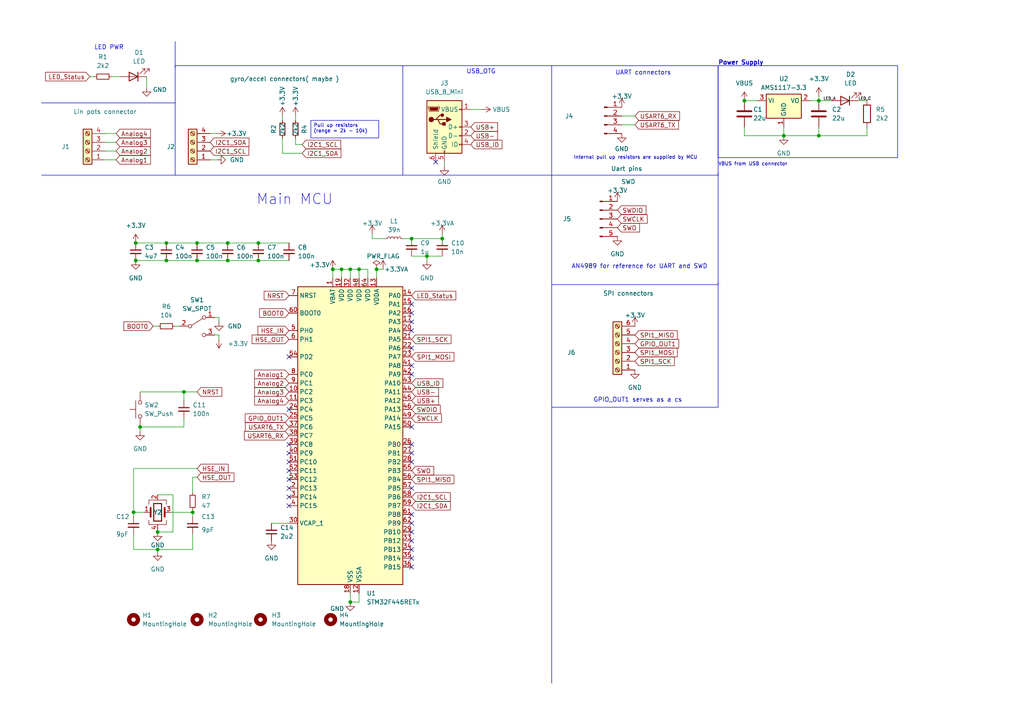
<source format=kicad_sch>
(kicad_sch (version 20230121) (generator eeschema)
  (paper "A4")
  (lib_symbols
    (symbol "+3.3V_1" (power) (pin_names (offset 0))
      (property "Value" "+3.3V_1" (at 0 3.556 0))
      (symbol "+3.3V_1_0_1"
        (polyline (pts (xy -0.762 1.27) (xy 0 2.54)))
        (polyline (pts (xy 0 0) (xy 0 2.54)))
        (polyline (pts (xy 0 2.54) (xy 0.762 1.27)))
      )
      (symbol "+3.3V_1_1_1"
        (pin power_in line (at 0 0 90) (length 0) hide (name "+3.3V") (number "1"))
      )
    )
    (symbol "Connector:Conn_01x04_Pin" (pin_names (offset 1.016) hide)
      (property "Reference" "J" (at 0 5.08 0))
      (property "Value" "Conn_01x04_Pin" (at 0 -7.62 0))
      (symbol "Conn_01x04_Pin_1_1"
        (polyline (pts (xy 1.27 -5.08) (xy 0.8636 -5.08)) (stroke (width 0.1524)))
        (polyline (pts (xy 1.27 -2.54) (xy 0.8636 -2.54)) (stroke (width 0.1524)))
        (polyline (pts (xy 1.27 0) (xy 0.8636 0)) (stroke (width 0.1524)))
        (polyline (pts (xy 1.27 2.54) (xy 0.8636 2.54)) (stroke (width 0.1524)))
        (rectangle (start 0.8636 -4.953) (end 0 -5.207) (stroke (width 0.1524)) (fill (type outline)))
        (rectangle (start 0.8636 -2.413) (end 0 -2.667) (stroke (width 0.1524)) (fill (type outline)))
        (rectangle (start 0.8636 0.127) (end 0 -0.127) (stroke (width 0.1524)) (fill (type outline)))
        (rectangle (start 0.8636 2.667) (end 0 2.413) (stroke (width 0.1524)) (fill (type outline)))
        (pin passive line (at 5.08 2.54 180) (length 3.81) (name "Pin_1") (number "1"))
        (pin passive line (at 5.08 0 180) (length 3.81) (name "Pin_2") (number "2"))
        (pin passive line (at 5.08 -2.54 180) (length 3.81) (name "Pin_3") (number "3"))
        (pin passive line (at 5.08 -5.08 180) (length 3.81) (name "Pin_4") (number "4"))
      )
    )
    (symbol "Connector:Conn_01x05_Pin" (pin_names (offset 1.016) hide)
      (property "Reference" "J" (at 0 7.62 0))
      (property "Value" "Conn_01x05_Pin" (at 0 -7.62 0))
      (symbol "Conn_01x05_Pin_1_1"
        (polyline (pts (xy 1.27 -5.08) (xy 0.8636 -5.08)) (stroke (width 0.1524)))
        (polyline (pts (xy 1.27 -2.54) (xy 0.8636 -2.54)) (stroke (width 0.1524)))
        (polyline (pts (xy 1.27 0) (xy 0.8636 0)) (stroke (width 0.1524)))
        (polyline (pts (xy 1.27 2.54) (xy 0.8636 2.54)) (stroke (width 0.1524)))
        (polyline (pts (xy 1.27 5.08) (xy 0.8636 5.08)) (stroke (width 0.1524)))
        (rectangle (start 0.8636 -4.953) (end 0 -5.207) (stroke (width 0.1524)) (fill (type outline)))
        (rectangle (start 0.8636 -2.413) (end 0 -2.667) (stroke (width 0.1524)) (fill (type outline)))
        (rectangle (start 0.8636 0.127) (end 0 -0.127) (stroke (width 0.1524)) (fill (type outline)))
        (rectangle (start 0.8636 2.667) (end 0 2.413) (stroke (width 0.1524)) (fill (type outline)))
        (rectangle (start 0.8636 5.207) (end 0 4.953) (stroke (width 0.1524)) (fill (type outline)))
        (pin passive line (at 5.08 5.08 180) (length 3.81) (name "Pin_1") (number "1"))
        (pin passive line (at 5.08 2.54 180) (length 3.81) (name "Pin_2") (number "2"))
        (pin passive line (at 5.08 0 180) (length 3.81) (name "Pin_3") (number "3"))
        (pin passive line (at 5.08 -2.54 180) (length 3.81) (name "Pin_4") (number "4"))
        (pin passive line (at 5.08 -5.08 180) (length 3.81) (name "Pin_5") (number "5"))
      )
    )
    (symbol "Connector:Screw_Terminal_01x04" (pin_names (offset 1.016) hide)
      (property "Reference" "J" (at 0 5.08 0))
      (property "Value" "Screw_Terminal_01x04" (at 0 -7.62 0))
      (symbol "Screw_Terminal_01x04_1_1"
        (rectangle (start -1.27 3.81) (end 1.27 -6.35) (stroke (width 0.254)) (fill (type background)))
        (circle (center 0 -5.08) (radius 0.635) (stroke (width 0.1524)))
        (circle (center 0 -2.54) (radius 0.635) (stroke (width 0.1524)))
        (polyline (pts (xy -0.5334 -4.7498) (xy 0.3302 -5.588)) (stroke (width 0.1524)))
        (polyline (pts (xy -0.5334 -2.2098) (xy 0.3302 -3.048)) (stroke (width 0.1524)))
        (polyline (pts (xy -0.5334 0.3302) (xy 0.3302 -0.508)) (stroke (width 0.1524)))
        (polyline (pts (xy -0.5334 2.8702) (xy 0.3302 2.032)) (stroke (width 0.1524)))
        (polyline (pts (xy -0.3556 -4.572) (xy 0.508 -5.4102)) (stroke (width 0.1524)))
        (polyline (pts (xy -0.3556 -2.032) (xy 0.508 -2.8702)) (stroke (width 0.1524)))
        (polyline (pts (xy -0.3556 0.508) (xy 0.508 -0.3302)) (stroke (width 0.1524)))
        (polyline (pts (xy -0.3556 3.048) (xy 0.508 2.2098)) (stroke (width 0.1524)))
        (circle (center 0 0) (radius 0.635) (stroke (width 0.1524)))
        (circle (center 0 2.54) (radius 0.635) (stroke (width 0.1524)))
        (pin passive line (at -5.08 2.54 0) (length 3.81) (name "Pin_1") (number "1"))
        (pin passive line (at -5.08 0 0) (length 3.81) (name "Pin_2") (number "2"))
        (pin passive line (at -5.08 -2.54 0) (length 3.81) (name "Pin_3") (number "3"))
        (pin passive line (at -5.08 -5.08 0) (length 3.81) (name "Pin_4") (number "4"))
      )
    )
    (symbol "Connector:Screw_Terminal_01x06" (pin_names (offset 1.016) hide)
      (property "Reference" "J" (at 0 7.62 0))
      (property "Value" "Screw_Terminal_01x06" (at 0 -10.16 0))
      (symbol "Screw_Terminal_01x06_1_1"
        (rectangle (start -1.27 6.35) (end 1.27 -8.89) (stroke (width 0.254)) (fill (type background)))
        (circle (center 0 -7.62) (radius 0.635) (stroke (width 0.1524)))
        (circle (center 0 -5.08) (radius 0.635) (stroke (width 0.1524)))
        (circle (center 0 -2.54) (radius 0.635) (stroke (width 0.1524)))
        (polyline (pts (xy -0.5334 -7.2898) (xy 0.3302 -8.128)) (stroke (width 0.1524)))
        (polyline (pts (xy -0.5334 -4.7498) (xy 0.3302 -5.588)) (stroke (width 0.1524)))
        (polyline (pts (xy -0.5334 -2.2098) (xy 0.3302 -3.048)) (stroke (width 0.1524)))
        (polyline (pts (xy -0.5334 0.3302) (xy 0.3302 -0.508)) (stroke (width 0.1524)))
        (polyline (pts (xy -0.5334 2.8702) (xy 0.3302 2.032)) (stroke (width 0.1524)))
        (polyline (pts (xy -0.5334 5.4102) (xy 0.3302 4.572)) (stroke (width 0.1524)))
        (polyline (pts (xy -0.3556 -7.112) (xy 0.508 -7.9502)) (stroke (width 0.1524)))
        (polyline (pts (xy -0.3556 -4.572) (xy 0.508 -5.4102)) (stroke (width 0.1524)))
        (polyline (pts (xy -0.3556 -2.032) (xy 0.508 -2.8702)) (stroke (width 0.1524)))
        (polyline (pts (xy -0.3556 0.508) (xy 0.508 -0.3302)) (stroke (width 0.1524)))
        (polyline (pts (xy -0.3556 3.048) (xy 0.508 2.2098)) (stroke (width 0.1524)))
        (polyline (pts (xy -0.3556 5.588) (xy 0.508 4.7498)) (stroke (width 0.1524)))
        (circle (center 0 0) (radius 0.635) (stroke (width 0.1524)))
        (circle (center 0 2.54) (radius 0.635) (stroke (width 0.1524)))
        (circle (center 0 5.08) (radius 0.635) (stroke (width 0.1524)))
        (pin passive line (at -5.08 5.08 0) (length 3.81) (name "Pin_1") (number "1"))
        (pin passive line (at -5.08 2.54 0) (length 3.81) (name "Pin_2") (number "2"))
        (pin passive line (at -5.08 0 0) (length 3.81) (name "Pin_3") (number "3"))
        (pin passive line (at -5.08 -2.54 0) (length 3.81) (name "Pin_4") (number "4"))
        (pin passive line (at -5.08 -5.08 0) (length 3.81) (name "Pin_5") (number "5"))
        (pin passive line (at -5.08 -7.62 0) (length 3.81) (name "Pin_6") (number "6"))
      )
    )
    (symbol "Connector:USB_B_Micro" (pin_names (offset 1.016))
      (property "Reference" "J" (at -5.08 11.43 0))
      (property "Value" "USB_B_Micro" (at -5.08 8.89 0))
      (symbol "USB_B_Micro_0_1"
        (rectangle (start -5.08 -7.62) (end 5.08 7.62) (stroke (width 0.254)) (fill (type background)))
        (circle (center -3.81 2.159) (radius 0.635) (stroke (width 0.254)) (fill (type outline)))
        (circle (center -0.635 3.429) (radius 0.381) (stroke (width 0.254)) (fill (type outline)))
        (rectangle (start -0.127 -7.62) (end 0.127 -6.858))
        (polyline (pts (xy -1.905 2.159) (xy 0.635 2.159)) (stroke (width 0.254)))
        (polyline (pts (xy -3.175 2.159) (xy -2.54 2.159) (xy -1.27 3.429) (xy -0.635 3.429)) (stroke (width 0.254)))
        (polyline (pts (xy -2.54 2.159) (xy -1.905 2.159) (xy -1.27 0.889) (xy 0 0.889)) (stroke (width 0.254)))
        (polyline (pts (xy 0.635 2.794) (xy 0.635 1.524) (xy 1.905 2.159) (xy 0.635 2.794)) (stroke (width 0.254)) (fill (type outline)))
        (polyline (pts (xy -4.318 5.588) (xy -1.778 5.588) (xy -2.032 4.826) (xy -4.064 4.826) (xy -4.318 5.588)) (fill (type outline)))
        (polyline (pts (xy -4.699 5.842) (xy -4.699 5.588) (xy -4.445 4.826) (xy -4.445 4.572) (xy -1.651 4.572) (xy -1.651 4.826) (xy -1.397 5.588) (xy -1.397 5.842) (xy -4.699 5.842)))
        (rectangle (start 0.254 1.27) (end -0.508 0.508) (stroke (width 0.254)) (fill (type outline)))
        (rectangle (start 5.08 -5.207) (end 4.318 -4.953))
        (rectangle (start 5.08 -2.667) (end 4.318 -2.413))
        (rectangle (start 5.08 -0.127) (end 4.318 0.127))
        (rectangle (start 5.08 4.953) (end 4.318 5.207))
      )
      (symbol "USB_B_Micro_1_1"
        (pin power_out line (at 7.62 5.08 180) (length 2.54) (name "VBUS") (number "1"))
        (pin bidirectional line (at 7.62 -2.54 180) (length 2.54) (name "D-") (number "2"))
        (pin bidirectional line (at 7.62 0 180) (length 2.54) (name "D+") (number "3"))
        (pin passive line (at 7.62 -5.08 180) (length 2.54) (name "ID") (number "4"))
        (pin power_out line (at 0 -10.16 90) (length 2.54) (name "GND") (number "5"))
        (pin passive line (at -2.54 -10.16 90) (length 2.54) (name "Shield") (number "6"))
      )
    )
    (symbol "Device:C" (pin_numbers hide) (pin_names (offset 0.254))
      (property "Reference" "C" (at 0.635 2.54 0))
      (property "Value" "C" (at 0.635 -2.54 0))
      (symbol "C_0_1"
        (polyline (pts (xy -2.032 -0.762) (xy 2.032 -0.762)) (stroke (width 0.508)))
        (polyline (pts (xy -2.032 0.762) (xy 2.032 0.762)) (stroke (width 0.508)))
      )
      (symbol "C_1_1"
        (pin passive line (at 0 3.81 270) (length 2.794) (name "~") (number "1"))
        (pin passive line (at 0 -3.81 90) (length 2.794) (name "~") (number "2"))
      )
    )
    (symbol "Device:C_Small" (pin_numbers hide) (pin_names (offset 0.254) hide)
      (property "Reference" "C" (at 0.254 1.778 0))
      (property "Value" "C_Small" (at 0.254 -2.032 0))
      (symbol "C_Small_0_1"
        (polyline (pts (xy -1.524 -0.508) (xy 1.524 -0.508)) (stroke (width 0.3302)))
        (polyline (pts (xy -1.524 0.508) (xy 1.524 0.508)) (stroke (width 0.3048)))
      )
      (symbol "C_Small_1_1"
        (pin passive line (at 0 2.54 270) (length 2.032) (name "~") (number "1"))
        (pin passive line (at 0 -2.54 90) (length 2.032) (name "~") (number "2"))
      )
    )
    (symbol "Device:Crystal_GND24" (pin_names (offset 1.016) hide)
      (property "Reference" "Y" (at 3.175 5.08 0))
      (property "Value" "Crystal_GND24" (at 3.175 3.175 0))
      (symbol "Crystal_GND24_0_1"
        (rectangle (start -1.143 2.54) (end 1.143 -2.54) (stroke (width 0.3048)))
        (polyline (pts (xy -2.54 0) (xy -2.032 0)))
        (polyline (pts (xy -2.032 -1.27) (xy -2.032 1.27)) (stroke (width 0.508)))
        (polyline (pts (xy 0 -3.81) (xy 0 -3.556)))
        (polyline (pts (xy 0 3.556) (xy 0 3.81)))
        (polyline (pts (xy 2.032 -1.27) (xy 2.032 1.27)) (stroke (width 0.508)))
        (polyline (pts (xy 2.032 0) (xy 2.54 0)))
        (polyline (pts (xy -2.54 -2.286) (xy -2.54 -3.556) (xy 2.54 -3.556) (xy 2.54 -2.286)))
        (polyline (pts (xy -2.54 2.286) (xy -2.54 3.556) (xy 2.54 3.556) (xy 2.54 2.286)))
      )
      (symbol "Crystal_GND24_1_1"
        (pin passive line (at -3.81 0 0) (length 1.27) (name "1") (number "1"))
        (pin passive line (at 0 5.08 270) (length 1.27) (name "2") (number "2"))
        (pin passive line (at 3.81 0 180) (length 1.27) (name "3") (number "3"))
        (pin passive line (at 0 -5.08 90) (length 1.27) (name "4") (number "4"))
      )
    )
    (symbol "Device:LED" (pin_numbers hide) (pin_names (offset 1.016) hide)
      (property "Reference" "D" (at 0 2.54 0))
      (property "Value" "LED" (at 0 -2.54 0))
      (symbol "LED_0_1"
        (polyline (pts (xy -1.27 -1.27) (xy -1.27 1.27)) (stroke (width 0.254)))
        (polyline (pts (xy -1.27 0) (xy 1.27 0)))
        (polyline (pts (xy 1.27 -1.27) (xy 1.27 1.27) (xy -1.27 0) (xy 1.27 -1.27)) (stroke (width 0.254)))
        (polyline (pts (xy -3.048 -0.762) (xy -4.572 -2.286) (xy -3.81 -2.286) (xy -4.572 -2.286) (xy -4.572 -1.524)))
        (polyline (pts (xy -1.778 -0.762) (xy -3.302 -2.286) (xy -2.54 -2.286) (xy -3.302 -2.286) (xy -3.302 -1.524)))
      )
      (symbol "LED_1_1"
        (pin passive line (at -3.81 0 0) (length 2.54) (name "K") (number "1"))
        (pin passive line (at 3.81 0 180) (length 2.54) (name "A") (number "2"))
      )
    )
    (symbol "Device:L_Small" (pin_numbers hide) (pin_names (offset 0.254) hide)
      (property "Reference" "L" (at 0.762 1.016 0))
      (property "Value" "L_Small" (at 0.762 -1.016 0))
      (symbol "L_Small_0_1"
        (arc (start 0 -2.032) (mid 0.5058 -1.524) (end 0 -1.016))
        (arc (start 0 -1.016) (mid 0.5058 -0.508) (end 0 0))
        (arc (start 0 0) (mid 0.5058 0.508) (end 0 1.016))
        (arc (start 0 1.016) (mid 0.5058 1.524) (end 0 2.032))
      )
      (symbol "L_Small_1_1"
        (pin passive line (at 0 2.54 270) (length 0.508) (name "~") (number "1"))
        (pin passive line (at 0 -2.54 90) (length 0.508) (name "~") (number "2"))
      )
    )
    (symbol "Device:R" (pin_numbers hide) (pin_names (offset 0))
      (property "Reference" "R" (at 2.032 0 90))
      (property "Value" "R" (at 0 0 90))
      (symbol "R_0_1"
        (rectangle (start -1.016 -2.54) (end 1.016 2.54) (stroke (width 0.254)))
      )
      (symbol "R_1_1"
        (pin passive line (at 0 3.81 270) (length 1.27) (name "~") (number "1"))
        (pin passive line (at 0 -3.81 90) (length 1.27) (name "~") (number "2"))
      )
    )
    (symbol "Device:R_Small" (pin_numbers hide) (pin_names (offset 0.254) hide)
      (property "Reference" "R" (at 0.762 0.508 0))
      (property "Value" "R_Small" (at 0.762 -1.016 0))
      (symbol "R_Small_0_1"
        (rectangle (start -0.762 1.778) (end 0.762 -1.778) (stroke (width 0.2032)))
      )
      (symbol "R_Small_1_1"
        (pin passive line (at 0 2.54 270) (length 0.762) (name "~") (number "1"))
        (pin passive line (at 0 -2.54 90) (length 0.762) (name "~") (number "2"))
      )
    )
    (symbol "MCU_ST_STM32F4:STM32F446RETx"
      (property "Reference" "U" (at -15.24 44.45 0))
      (property "Value" "STM32F446RETx" (at 10.16 44.45 0))
      (symbol "STM32F446RETx_0_1"
        (rectangle (start -15.24 -43.18) (end 15.24 43.18) (stroke (width 0.254)) (fill (type background)))
      )
      (symbol "STM32F446RETx_1_1"
        (pin power_in line (at -5.08 45.72 270) (length 2.54) (name "VBAT") (number "1"))
        (pin bidirectional line (at -17.78 12.7 0) (length 2.54) (name "PC2") (number "10"))
        (pin bidirectional line (at -17.78 10.16 0) (length 2.54) (name "PC3") (number "11"))
        (pin power_in line (at 2.54 -45.72 90) (length 2.54) (name "VSSA") (number "12"))
        (pin power_in line (at 7.62 45.72 270) (length 2.54) (name "VDDA") (number "13"))
        (pin bidirectional line (at 17.78 40.64 180) (length 2.54) (name "PA0") (number "14"))
        (pin bidirectional line (at 17.78 38.1 180) (length 2.54) (name "PA1") (number "15"))
        (pin bidirectional line (at 17.78 35.56 180) (length 2.54) (name "PA2") (number "16"))
        (pin bidirectional line (at 17.78 33.02 180) (length 2.54) (name "PA3") (number "17"))
        (pin power_in line (at 0 -45.72 90) (length 2.54) (name "VSS") (number "18"))
        (pin power_in line (at -2.54 45.72 270) (length 2.54) (name "VDD") (number "19"))
        (pin bidirectional line (at -17.78 -15.24 0) (length 2.54) (name "PC13") (number "2"))
        (pin bidirectional line (at 17.78 30.48 180) (length 2.54) (name "PA4") (number "20"))
        (pin bidirectional line (at 17.78 27.94 180) (length 2.54) (name "PA5") (number "21"))
        (pin bidirectional line (at 17.78 25.4 180) (length 2.54) (name "PA6") (number "22"))
        (pin bidirectional line (at 17.78 22.86 180) (length 2.54) (name "PA7") (number "23"))
        (pin bidirectional line (at -17.78 7.62 0) (length 2.54) (name "PC4") (number "24"))
        (pin bidirectional line (at -17.78 5.08 0) (length 2.54) (name "PC5") (number "25"))
        (pin bidirectional line (at 17.78 -2.54 180) (length 2.54) (name "PB0") (number "26"))
        (pin bidirectional line (at 17.78 -5.08 180) (length 2.54) (name "PB1") (number "27"))
        (pin bidirectional line (at 17.78 -7.62 180) (length 2.54) (name "PB2") (number "28"))
        (pin bidirectional line (at 17.78 -27.94 180) (length 2.54) (name "PB10") (number "29"))
        (pin bidirectional line (at -17.78 -17.78 0) (length 2.54) (name "PC14") (number "3"))
        (pin power_out line (at -17.78 -25.4 0) (length 2.54) (name "VCAP_1") (number "30"))
        (pin passive line (at 0 -45.72 90) (length 2.54) hide (name "VSS") (number "31"))
        (pin power_in line (at 0 45.72 270) (length 2.54) (name "VDD") (number "32"))
        (pin bidirectional line (at 17.78 -30.48 180) (length 2.54) (name "PB12") (number "33"))
        (pin bidirectional line (at 17.78 -33.02 180) (length 2.54) (name "PB13") (number "34"))
        (pin bidirectional line (at 17.78 -35.56 180) (length 2.54) (name "PB14") (number "35"))
        (pin bidirectional line (at 17.78 -38.1 180) (length 2.54) (name "PB15") (number "36"))
        (pin bidirectional line (at -17.78 2.54 0) (length 2.54) (name "PC6") (number "37"))
        (pin bidirectional line (at -17.78 0 0) (length 2.54) (name "PC7") (number "38"))
        (pin bidirectional line (at -17.78 -2.54 0) (length 2.54) (name "PC8") (number "39"))
        (pin bidirectional line (at -17.78 -20.32 0) (length 2.54) (name "PC15") (number "4"))
        (pin bidirectional line (at -17.78 -5.08 0) (length 2.54) (name "PC9") (number "40"))
        (pin bidirectional line (at 17.78 20.32 180) (length 2.54) (name "PA8") (number "41"))
        (pin bidirectional line (at 17.78 17.78 180) (length 2.54) (name "PA9") (number "42"))
        (pin bidirectional line (at 17.78 15.24 180) (length 2.54) (name "PA10") (number "43"))
        (pin bidirectional line (at 17.78 12.7 180) (length 2.54) (name "PA11") (number "44"))
        (pin bidirectional line (at 17.78 10.16 180) (length 2.54) (name "PA12") (number "45"))
        (pin bidirectional line (at 17.78 7.62 180) (length 2.54) (name "PA13") (number "46"))
        (pin passive line (at 0 -45.72 90) (length 2.54) hide (name "VSS") (number "47"))
        (pin power_in line (at 2.54 45.72 270) (length 2.54) (name "VDD") (number "48"))
        (pin bidirectional line (at 17.78 5.08 180) (length 2.54) (name "PA14") (number "49"))
        (pin bidirectional line (at -17.78 30.48 0) (length 2.54) (name "PH0") (number "5"))
        (pin bidirectional line (at 17.78 2.54 180) (length 2.54) (name "PA15") (number "50"))
        (pin bidirectional line (at -17.78 -7.62 0) (length 2.54) (name "PC10") (number "51"))
        (pin bidirectional line (at -17.78 -10.16 0) (length 2.54) (name "PC11") (number "52"))
        (pin bidirectional line (at -17.78 -12.7 0) (length 2.54) (name "PC12") (number "53"))
        (pin bidirectional line (at -17.78 22.86 0) (length 2.54) (name "PD2") (number "54"))
        (pin bidirectional line (at 17.78 -10.16 180) (length 2.54) (name "PB3") (number "55"))
        (pin bidirectional line (at 17.78 -12.7 180) (length 2.54) (name "PB4") (number "56"))
        (pin bidirectional line (at 17.78 -15.24 180) (length 2.54) (name "PB5") (number "57"))
        (pin bidirectional line (at 17.78 -17.78 180) (length 2.54) (name "PB6") (number "58"))
        (pin bidirectional line (at 17.78 -20.32 180) (length 2.54) (name "PB7") (number "59"))
        (pin bidirectional line (at -17.78 27.94 0) (length 2.54) (name "PH1") (number "6"))
        (pin input line (at -17.78 35.56 0) (length 2.54) (name "BOOT0") (number "60"))
        (pin bidirectional line (at 17.78 -22.86 180) (length 2.54) (name "PB8") (number "61"))
        (pin bidirectional line (at 17.78 -25.4 180) (length 2.54) (name "PB9") (number "62"))
        (pin passive line (at 0 -45.72 90) (length 2.54) hide (name "VSS") (number "63"))
        (pin power_in line (at 5.08 45.72 270) (length 2.54) (name "VDD") (number "64"))
        (pin input line (at -17.78 40.64 0) (length 2.54) (name "NRST") (number "7"))
        (pin bidirectional line (at -17.78 17.78 0) (length 2.54) (name "PC0") (number "8"))
        (pin bidirectional line (at -17.78 15.24 0) (length 2.54) (name "PC1") (number "9"))
      )
    )
    (symbol "Mechanical:MountingHole" (pin_names (offset 1.016))
      (property "Reference" "H" (at 0 5.08 0))
      (property "Value" "MountingHole" (at 0 3.175 0))
      (symbol "MountingHole_0_1"
        (circle (center 0 0) (radius 1.27) (stroke (width 1.27)))
      )
    )
    (symbol "Regulator_Linear:AMS1117-3.3"
      (property "Reference" "U" (at -3.81 3.175 0))
      (property "Value" "AMS1117-3.3" (at 0 3.175 0))
      (symbol "AMS1117-3.3_0_1"
        (rectangle (start -5.08 -5.08) (end 5.08 1.905) (stroke (width 0.254)) (fill (type background)))
      )
      (symbol "AMS1117-3.3_1_1"
        (pin power_in line (at 0 -7.62 90) (length 2.54) (name "GND") (number "1"))
        (pin power_out line (at 7.62 0 180) (length 2.54) (name "VO") (number "2"))
        (pin power_in line (at -7.62 0 0) (length 2.54) (name "VI") (number "3"))
      )
    )
    (symbol "Switch:SW_Push" (pin_numbers hide) (pin_names (offset 1.016) hide)
      (property "Reference" "SW" (at 1.27 2.54 0))
      (property "Value" "SW_Push" (at 0 -1.524 0))
      (symbol "SW_Push_0_1"
        (circle (center -2.032 0) (radius 0.508))
        (polyline (pts (xy 0 1.27) (xy 0 3.048)))
        (polyline (pts (xy 2.54 1.27) (xy -2.54 1.27)))
        (circle (center 2.032 0) (radius 0.508))
        (pin passive line (at -5.08 0 0) (length 2.54) (name "1") (number "1"))
        (pin passive line (at 5.08 0 180) (length 2.54) (name "2") (number "2"))
      )
    )
    (symbol "Switch:SW_SPDT" (pin_names (offset 0) hide)
      (property "Reference" "SW" (at 0 4.318 0))
      (property "Value" "SW_SPDT" (at 0 -5.08 0))
      (symbol "SW_SPDT_0_0"
        (circle (center -2.032 0) (radius 0.508))
        (circle (center 2.032 -2.54) (radius 0.508))
      )
      (symbol "SW_SPDT_0_1"
        (polyline (pts (xy -1.524 0.254) (xy 1.651 2.286)))
        (circle (center 2.032 2.54) (radius 0.508))
      )
      (symbol "SW_SPDT_1_1"
        (pin passive line (at 5.08 2.54 180) (length 2.54) (name "A") (number "1"))
        (pin passive line (at -5.08 0 0) (length 2.54) (name "B") (number "2"))
        (pin passive line (at 5.08 -2.54 180) (length 2.54) (name "C") (number "3"))
      )
    )
    (symbol "power:+3.3V" (power) (pin_names (offset 0))
      (property "Value" "+3.3V" (at 0 3.556 0))
      (symbol "+3.3V_0_1"
        (polyline (pts (xy -0.762 1.27) (xy 0 2.54)))
        (polyline (pts (xy 0 0) (xy 0 2.54)))
        (polyline (pts (xy 0 2.54) (xy 0.762 1.27)))
      )
      (symbol "+3.3V_1_1"
        (pin power_in line (at 0 0 90) (length 0) hide (name "+3.3V") (number "1"))
      )
    )
    (symbol "power:+3.3VA" (power) (pin_names (offset 0))
      (property "Value" "+3.3VA" (at 0 3.556 0))
      (symbol "+3.3VA_0_1"
        (polyline (pts (xy -0.762 1.27) (xy 0 2.54)))
        (polyline (pts (xy 0 0) (xy 0 2.54)))
        (polyline (pts (xy 0 2.54) (xy 0.762 1.27)))
      )
      (symbol "+3.3VA_1_1"
        (pin power_in line (at 0 0 90) (length 0) hide (name "+3.3VA") (number "1"))
      )
    )
    (symbol "power:GND" (power) (pin_names (offset 0))
      (property "Value" "GND" (at 0 -3.81 0))
      (symbol "GND_0_1"
        (polyline (pts (xy 0 0) (xy 0 -1.27) (xy 1.27 -1.27) (xy 0 -2.54) (xy -1.27 -1.27) (xy 0 -1.27)))
      )
      (symbol "GND_1_1"
        (pin power_in line (at 0 0 270) (length 0) hide (name "GND") (number "1"))
      )
    )
    (symbol "power:PWR_FLAG" (power) (pin_numbers hide) (pin_names (offset 0) hide)
      (property "Value" "PWR_FLAG" (at 0 3.81 0))
      (symbol "PWR_FLAG_0_0"
        (pin power_out line (at 0 0 90) (length 0) (name "pwr") (number "1"))
      )
      (symbol "PWR_FLAG_0_1"
        (polyline (pts (xy 0 0) (xy 0 1.27) (xy -1.016 1.905) (xy 0 2.54) (xy 1.016 1.905) (xy 0 1.27)))
      )
    )
    (symbol "power:VBUS" (power) (pin_names (offset 0))
      (property "Value" "VBUS" (at 0 3.81 0))
      (symbol "VBUS_0_1"
        (polyline (pts (xy -0.762 1.27) (xy 0 2.54)))
        (polyline (pts (xy 0 0) (xy 0 2.54)))
        (polyline (pts (xy 0 2.54) (xy 0.762 1.27)))
      )
      (symbol "VBUS_1_1"
        (pin power_in line (at 0 0 90) (length 0) hide (name "VBUS") (number "1"))
      )
    )
  )
  (junction (at 123.825 74.295))
  (junction (at 119.38 69.215))
  (junction (at 45.72 154.305))
  (junction (at 74.93 75.565))
  (junction (at 48.26 75.565))
  (junction (at 99.06 78.105))
  (junction (at 237.49 39.37))
  (junction (at 104.14 78.105))
  (junction (at 48.26 70.485))
  (junction (at 66.04 75.565))
  (junction (at 215.9 29.21))
  (junction (at 40.64 123.825))
  (junction (at 57.15 75.565))
  (junction (at 96.52 78.105))
  (junction (at 38.735 148.59))
  (junction (at 109.22 78.105))
  (junction (at 74.93 70.485))
  (junction (at 53.34 113.665))
  (junction (at 101.6 174.625))
  (junction (at 55.88 148.59))
  (junction (at 101.6 78.105))
  (junction (at 57.15 70.485))
  (junction (at 39.37 70.485))
  (junction (at 39.37 75.565))
  (junction (at 237.49 29.21))
  (junction (at 128.27 69.215))
  (junction (at 227.33 39.37))
  (junction (at 45.72 159.385))
  (junction (at 66.04 70.485))
  (no_connect (at 83.82 139.065))
  (no_connect (at 83.82 144.145))
  (no_connect (at 83.82 103.505))
  (no_connect (at 119.38 149.225))
  (no_connect (at 83.82 131.445))
  (no_connect (at 119.38 128.905))
  (no_connect (at 119.38 156.845))
  (no_connect (at 119.38 131.445))
  (no_connect (at 119.38 100.965))
  (no_connect (at 83.82 141.605))
  (no_connect (at 83.82 136.525))
  (no_connect (at 119.38 159.385))
  (no_connect (at 83.82 146.685))
  (no_connect (at 119.38 161.925))
  (no_connect (at 119.38 164.465))
  (no_connect (at 119.38 93.345))
  (no_connect (at 119.38 151.765))
  (no_connect (at 119.38 141.605))
  (no_connect (at 119.38 90.805))
  (no_connect (at 119.38 106.045))
  (no_connect (at 83.82 128.905))
  (no_connect (at 83.82 133.985))
  (no_connect (at 119.38 133.985))
  (no_connect (at 119.38 123.825))
  (no_connect (at 119.38 95.885))
  (no_connect (at 83.82 118.745))
  (no_connect (at 119.38 88.265))
  (no_connect (at 119.38 154.305))
  (no_connect (at 126.365 46.99))
  (no_connect (at 119.38 108.585))
  (wire (pts (xy 38.735 154.94) (xy 38.735 159.385)))
  (wire (pts (xy 38.735 159.385) (xy 45.72 159.385)))
  (wire (pts (xy 128.905 46.99) (xy 128.905 48.26)))
  (wire (pts (xy 57.15 70.485) (xy 66.04 70.485)))
  (wire (pts (xy 237.49 27.94) (xy 237.49 29.21)))
  (wire (pts (xy 99.06 78.105) (xy 101.6 78.105)))
  (wire (pts (xy 30.48 43.815) (xy 33.655 43.815)))
  (wire (pts (xy 45.72 159.385) (xy 55.88 159.385)))
  (wire (pts (xy 66.04 75.565) (xy 74.93 75.565)))
  (wire (pts (xy 39.37 75.565) (xy 48.26 75.565)))
  (wire (pts (xy 234.95 29.21) (xy 237.49 29.21)))
  (wire (pts (xy 38.735 149.86) (xy 38.735 148.59)))
  (wire (pts (xy 123.825 74.295) (xy 128.27 74.295)))
  (wire (pts (xy 39.37 70.485) (xy 48.26 70.485)))
  (wire (pts (xy 85.725 33.655) (xy 85.725 34.925)))
  (polyline (pts (xy 160.02 50.8) (xy 208.28 50.8)))
  (wire (pts (xy 53.34 121.285) (xy 53.34 123.825)))
  (wire (pts (xy 66.04 70.485) (xy 74.93 70.485)))
  (wire (pts (xy 45.72 143.51) (xy 50.165 143.51)))
  (wire (pts (xy 55.88 138.43) (xy 57.15 138.43)))
  (wire (pts (xy 101.6 174.625) (xy 104.14 174.625)))
  (wire (pts (xy 57.15 75.565) (xy 66.04 75.565)))
  (wire (pts (xy 128.27 67.945) (xy 128.27 69.215)))
  (wire (pts (xy 74.93 70.485) (xy 83.82 70.485)))
  (wire (pts (xy 55.88 159.385) (xy 55.88 154.94)))
  (wire (pts (xy 237.49 39.37) (xy 227.33 39.37)))
  (wire (pts (xy 40.64 113.665) (xy 53.34 113.665)))
  (wire (pts (xy 227.33 36.83) (xy 227.33 39.37)))
  (wire (pts (xy 38.735 135.89) (xy 57.15 135.89)))
  (polyline (pts (xy 50.8 29.845) (xy 50.8 19.05)))
  (wire (pts (xy 63.5 92.075) (xy 62.23 92.075)))
  (wire (pts (xy 136.525 31.75) (xy 139.7 31.75)))
  (wire (pts (xy 251.46 36.83) (xy 251.46 39.37)))
  (polyline (pts (xy 208.28 44.45) (xy 208.28 19.05)))
  (polyline (pts (xy 116.84 19.05) (xy 116.84 50.8)))
  (wire (pts (xy 63.5 98.425) (xy 63.5 97.155)))
  (wire (pts (xy 53.34 113.665) (xy 57.15 113.665)))
  (wire (pts (xy 81.915 44.45) (xy 87.63 44.45)))
  (polyline (pts (xy 160.02 50.8) (xy 160.02 196.85)))
  (wire (pts (xy 32.385 22.225) (xy 34.925 22.225)))
  (wire (pts (xy 248.92 29.21) (xy 251.46 29.21)))
  (wire (pts (xy 38.735 148.59) (xy 38.735 135.89)))
  (wire (pts (xy 78.74 151.765) (xy 83.82 151.765)))
  (wire (pts (xy 116.84 69.215) (xy 119.38 69.215)))
  (wire (pts (xy 101.6 172.085) (xy 101.6 174.625)))
  (polyline (pts (xy 160.02 196.85) (xy 160.02 198.12)))
  (wire (pts (xy 104.14 78.105) (xy 106.68 78.105)))
  (polyline (pts (xy 260.35 45.72) (xy 208.28 45.72)))
  (wire (pts (xy 81.915 40.005) (xy 81.915 44.45)))
  (wire (pts (xy 99.06 78.105) (xy 96.52 78.105)))
  (wire (pts (xy 251.46 39.37) (xy 237.49 39.37)))
  (wire (pts (xy 85.725 41.91) (xy 87.63 41.91)))
  (wire (pts (xy 55.88 142.875) (xy 55.88 138.43)))
  (wire (pts (xy 63.5 97.155) (xy 62.23 97.155)))
  (wire (pts (xy 215.9 36.83) (xy 215.9 39.37)))
  (wire (pts (xy 237.49 36.83) (xy 237.49 39.37)))
  (wire (pts (xy 30.48 41.275) (xy 33.655 41.275)))
  (wire (pts (xy 96.52 78.105) (xy 96.52 80.645)))
  (wire (pts (xy 55.88 147.955) (xy 55.88 148.59)))
  (wire (pts (xy 44.45 94.615) (xy 45.72 94.615)))
  (polyline (pts (xy 208.28 19.05) (xy 260.35 19.05)))
  (polyline (pts (xy 260.35 19.05) (xy 260.35 45.72)))
  (wire (pts (xy 99.06 80.645) (xy 99.06 78.105)))
  (wire (pts (xy 45.72 160.02) (xy 45.72 159.385)))
  (polyline (pts (xy 50.8 19.05) (xy 116.84 19.05)))
  (wire (pts (xy 45.72 154.305) (xy 45.72 153.67)))
  (wire (pts (xy 109.22 78.105) (xy 111.125 78.105)))
  (wire (pts (xy 180.34 33.655) (xy 184.15 33.655)))
  (wire (pts (xy 215.9 39.37) (xy 227.33 39.37)))
  (polyline (pts (xy 208.28 50.8) (xy 208.28 19.05)))
  (polyline (pts (xy 208.28 81.915) (xy 208.28 118.11)))
  (wire (pts (xy 180.34 36.195) (xy 184.15 36.195)))
  (wire (pts (xy 49.53 148.59) (xy 55.88 148.59)))
  (wire (pts (xy 55.88 148.59) (xy 55.88 149.86)))
  (polyline (pts (xy 116.84 19.05) (xy 160.02 19.05)))
  (wire (pts (xy 63.5 93.345) (xy 63.5 92.075)))
  (wire (pts (xy 104.14 78.105) (xy 104.14 80.645)))
  (polyline (pts (xy 12.065 29.845) (xy 50.8 29.845)))
  (polyline (pts (xy 160.02 19.05) (xy 160.02 50.8)))
  (wire (pts (xy 27.305 22.225) (xy 26.035 22.225)))
  (wire (pts (xy 50.8 94.615) (xy 52.07 94.615)))
  (wire (pts (xy 123.825 75.565) (xy 123.825 74.295)))
  (wire (pts (xy 62.865 38.735) (xy 60.96 38.735)))
  (polyline (pts (xy 160.02 82.55) (xy 208.28 82.55)))
  (polyline (pts (xy 160.02 118.11) (xy 208.28 118.11)))
  (wire (pts (xy 30.48 38.735) (xy 33.655 38.735)))
  (wire (pts (xy 107.95 67.945) (xy 107.95 69.215)))
  (wire (pts (xy 42.545 22.225) (xy 42.545 25.4)))
  (wire (pts (xy 74.93 75.565) (xy 83.82 75.565)))
  (wire (pts (xy 109.22 80.645) (xy 109.22 78.105)))
  (wire (pts (xy 106.68 78.105) (xy 106.68 80.645)))
  (wire (pts (xy 50.165 143.51) (xy 50.165 154.305)))
  (wire (pts (xy 40.64 123.825) (xy 53.34 123.825)))
  (polyline (pts (xy 208.28 44.45) (xy 208.28 45.72)))
  (wire (pts (xy 85.725 40.005) (xy 85.725 41.91)))
  (wire (pts (xy 107.95 69.215) (xy 111.76 69.215)))
  (wire (pts (xy 104.14 174.625) (xy 104.14 172.085)))
  (wire (pts (xy 119.38 74.295) (xy 123.825 74.295)))
  (wire (pts (xy 81.915 33.655) (xy 81.915 34.925)))
  (wire (pts (xy 48.26 70.485) (xy 57.15 70.485)))
  (wire (pts (xy 215.9 29.21) (xy 219.71 29.21)))
  (wire (pts (xy 237.49 29.21) (xy 241.3 29.21)))
  (polyline (pts (xy 12.065 50.8) (xy 160.02 50.8)))
  (wire (pts (xy 50.165 154.305) (xy 45.72 154.305)))
  (wire (pts (xy 40.64 123.825) (xy 40.64 125.095)))
  (wire (pts (xy 101.6 78.105) (xy 104.14 78.105)))
  (wire (pts (xy 101.6 80.645) (xy 101.6 78.105)))
  (polyline (pts (xy 208.28 82.55) (xy 208.28 50.165)))
  (wire (pts (xy 38.735 148.59) (xy 41.91 148.59)))
  (wire (pts (xy 53.34 113.665) (xy 53.34 116.205)))
  (wire (pts (xy 119.38 69.215) (xy 128.27 69.215)))
  (polyline (pts (xy 50.8 12.065) (xy 50.8 19.685)))
  (wire (pts (xy 62.865 46.355) (xy 60.96 46.355)))
  (wire (pts (xy 30.48 46.355) (xy 33.655 46.355)))
  (polyline (pts (xy 208.28 19.05) (xy 160.02 19.05)))
  (wire (pts (xy 48.26 75.565) (xy 57.15 75.565)))
  (polyline (pts (xy 50.8 29.845) (xy 50.8 50.8)))
  (text_box "Pull up resistors  (range = 2k - 10k)\n\n\n" (at 90.17 34.925 0) (size 19.685 5.08) (effects (font (size 1 1)) (justify left top)))
  (text "Power Supply" (at 208.28 19.05 0) (effects (font (size 1.27 1.27) (thickness 0.254) bold) (justify left bottom)))
  (text "Internal pull up resistors are supplied by MCU" (at 166.37 46.355 0) (effects (font (size 1 1)) (justify left bottom)))
  (text "VBUS from USB connector" (at 208.28 48.26 0) (effects (font (size 1 1)) (justify left bottom)))
  (text "LED PWR\n" (at 27.305 14.605 0) (effects (font (size 1.27 1.27)) (justify left bottom)))
  (text "AN4989 for reference for UART and SWD" (at 165.735 78.105 0) (effects (font (size 1.27 1.27)) (justify left bottom)))
  (text "Main MCU" (at 74.295 59.69 0) (effects (font (size 3 3)) (justify left bottom)))
  (text "UART connectors \n\n " (at 178.435 26.035 0) (effects (font (size 1.27 1.27)) (justify left bottom)))
  (text "USB_OTG" (at 135.255 21.59 0) (effects (font (size 1.27 1.27)) (justify left bottom)))
  (text "GPIO_OUT1 serves as a cs\n" (at 172.085 116.84 0) (effects (font (size 1.27 1.27)) (justify left bottom)))
  (label "LED_C" (at 248.92 29.21 0) (effects (font (size 0.8 0.8))))
  (label "LED_A" (at 238.76 29.21 0) (effects (font (size 0.8 0.8))))
  (global_label "BOOT0" (shape input) (at 83.82 90.805 180) (property "Intersheetrefs" "${INTERSHEET_REFS}" (effects hide)))
  (global_label "USART6_RX" (shape input) (at 83.82 126.365 180) (property "Intersheetrefs" "${INTERSHEET_REFS}" (effects hide)))
  (global_label "SWDIO" (shape input) (at 119.38 118.745 0) (property "Intersheetrefs" "${INTERSHEET_REFS}" (effects hide)))
  (global_label "GPIO_OUT1" (shape input) (at 184.15 99.695 0) (property "Intersheetrefs" "${INTERSHEET_REFS}" (effects hide)))
  (global_label "I2C1_SCL" (shape input) (at 87.63 41.91 0) (property "Intersheetrefs" "${INTERSHEET_REFS}" (effects hide)))
  (global_label "SWCLK" (shape input) (at 119.38 121.285 0) (property "Intersheetrefs" "${INTERSHEET_REFS}" (effects hide)))
  (global_label "I2C1_SDA" (shape input) (at 60.96 41.275 0) (property "Intersheetrefs" "${INTERSHEET_REFS}" (effects hide)))
  (global_label "I2C1_SDA" (shape input) (at 87.63 44.45 0) (property "Intersheetrefs" "${INTERSHEET_REFS}" (effects hide)))
  (global_label "USB_ID" (shape input) (at 136.525 41.91 0) (property "Intersheetrefs" "${INTERSHEET_REFS}" (effects hide)))
  (global_label "GPIO_OUT1" (shape input) (at 83.82 121.285 180) (property "Intersheetrefs" "${INTERSHEET_REFS}" (effects hide)))
  (global_label "Analog2" (shape input) (at 33.655 43.815 0) (property "Intersheetrefs" "${INTERSHEET_REFS}" (effects hide)))
  (global_label "I2C1_SCL" (shape input) (at 119.38 144.145 0) (property "Intersheetrefs" "${INTERSHEET_REFS}" (effects hide)))
  (global_label "SPI1_MOSI" (shape input) (at 184.15 102.235 0) (property "Intersheetrefs" "${INTERSHEET_REFS}" (effects hide)))
  (global_label "HSE_OUT" (shape input) (at 83.82 98.425 180) (property "Intersheetrefs" "${INTERSHEET_REFS}" (effects hide)))
  (global_label "SPI1_SCK" (shape input) (at 184.15 104.775 0) (property "Intersheetrefs" "${INTERSHEET_REFS}" (effects hide)))
  (global_label "SWCLK" (shape input) (at 179.07 63.5 0) (property "Intersheetrefs" "${INTERSHEET_REFS}" (effects hide)))
  (global_label "USB+" (shape input) (at 136.525 36.83 0) (property "Intersheetrefs" "${INTERSHEET_REFS}" (effects hide)))
  (global_label "SPI1_MISO" (shape input) (at 119.38 139.065 0) (property "Intersheetrefs" "${INTERSHEET_REFS}" (effects hide)))
  (global_label "SWDIO" (shape input) (at 179.07 60.96 0) (property "Intersheetrefs" "${INTERSHEET_REFS}" (effects hide)))
  (global_label "USB+" (shape input) (at 119.38 116.205 0) (property "Intersheetrefs" "${INTERSHEET_REFS}" (effects hide)))
  (global_label "USB-" (shape input) (at 119.38 113.665 0) (property "Intersheetrefs" "${INTERSHEET_REFS}" (effects hide)))
  (global_label "SPI1_SCK" (shape input) (at 119.38 98.425 0) (property "Intersheetrefs" "${INTERSHEET_REFS}" (effects hide)))
  (global_label "USART6_RX" (shape input) (at 184.15 33.655 0) (property "Intersheetrefs" "${INTERSHEET_REFS}" (effects hide)))
  (global_label "SPI1_MISO" (shape input) (at 184.15 97.155 0) (property "Intersheetrefs" "${INTERSHEET_REFS}" (effects hide)))
  (global_label "Analog4" (shape input) (at 83.82 116.205 180) (property "Intersheetrefs" "${INTERSHEET_REFS}" (effects hide)))
  (global_label "I2C1_SDA" (shape input) (at 119.38 146.685 0) (property "Intersheetrefs" "${INTERSHEET_REFS}" (effects hide)))
  (global_label "HSE_OUT" (shape input) (at 57.15 138.43 0) (property "Intersheetrefs" "${INTERSHEET_REFS}" (effects hide)))
  (global_label "LED_Status" (shape input) (at 26.035 22.225 180) (property "Intersheetrefs" "${INTERSHEET_REFS}" (effects hide)))
  (global_label "I2C1_SCL" (shape input) (at 60.96 43.815 0) (property "Intersheetrefs" "${INTERSHEET_REFS}" (effects hide)))
  (global_label "USART6_TX" (shape input) (at 184.15 36.195 0) (property "Intersheetrefs" "${INTERSHEET_REFS}" (effects hide)))
  (global_label "NRST" (shape input) (at 57.15 113.665 0) (property "Intersheetrefs" "${INTERSHEET_REFS}" (effects hide)))
  (global_label "LED_Status" (shape input) (at 119.38 85.725 0) (property "Intersheetrefs" "${INTERSHEET_REFS}" (effects hide)))
  (global_label "BOOT0" (shape input) (at 44.45 94.615 180) (property "Intersheetrefs" "${INTERSHEET_REFS}" (effects hide)))
  (global_label "NRST" (shape input) (at 83.82 85.725 180) (property "Intersheetrefs" "${INTERSHEET_REFS}" (effects hide)))
  (global_label "USB_ID" (shape input) (at 119.38 111.125 0) (property "Intersheetrefs" "${INTERSHEET_REFS}" (effects hide)))
  (global_label "SWO" (shape input) (at 179.07 66.04 0) (property "Intersheetrefs" "${INTERSHEET_REFS}" (effects hide)))
  (global_label "Analog1" (shape input) (at 33.655 46.355 0) (property "Intersheetrefs" "${INTERSHEET_REFS}" (effects hide)))
  (global_label "Analog2" (shape input) (at 83.82 111.125 180) (property "Intersheetrefs" "${INTERSHEET_REFS}" (effects hide)))
  (global_label "SPI1_MOSI" (shape input) (at 119.38 103.505 0) (property "Intersheetrefs" "${INTERSHEET_REFS}" (effects hide)))
  (global_label "HSE_IN" (shape input) (at 83.82 95.885 180) (property "Intersheetrefs" "${INTERSHEET_REFS}" (effects hide)))
  (global_label "USB-" (shape input) (at 136.525 39.37 0) (property "Intersheetrefs" "${INTERSHEET_REFS}" (effects hide)))
  (global_label "SWO" (shape input) (at 119.38 136.525 0) (property "Intersheetrefs" "${INTERSHEET_REFS}" (effects hide)))
  (global_label "Analog3" (shape input) (at 83.82 113.665 180) (property "Intersheetrefs" "${INTERSHEET_REFS}" (effects hide)))
  (global_label "Analog4" (shape input) (at 33.655 38.735 0) (property "Intersheetrefs" "${INTERSHEET_REFS}" (effects hide)))
  (global_label "HSE_IN" (shape input) (at 57.15 135.89 0) (property "Intersheetrefs" "${INTERSHEET_REFS}" (effects hide)))
  (global_label "Analog3" (shape input) (at 33.655 41.275 0) (property "Intersheetrefs" "${INTERSHEET_REFS}" (effects hide)))
  (global_label "Analog1" (shape input) (at 83.82 108.585 180) (property "Intersheetrefs" "${INTERSHEET_REFS}" (effects hide)))
  (global_label "USART6_TX" (shape input) (at 83.82 123.825 180) (property "Intersheetrefs" "${INTERSHEET_REFS}" (effects hide)))
  (symbol (lib_id "power:+3.3VA") (at 128.27 67.945 0) (unit 1)
    (property "Reference" "#PWR02" (effects hide))
    (property "Value" "+3.3VA" (at 128.27 64.77 0))
  )
  (symbol (lib_id "Mechanical:MountingHole") (at 75.565 179.705 0) (unit 1)
    (property "Reference" "H3" (at 78.74 178.435 0) (effects (justify left)))
    (property "Value" "MountingHole" (at 78.74 180.975 0) (effects (justify left)))
    (property "Footprint" "MountingHole:MountingHole_2.2mm_M2_DIN965_Pad" (effects hide))
  )
  (symbol (lib_id "power:+3.3V") (at 63.5 98.425 180) (unit 1)
    (property "Reference" "#PWR08" (effects hide))
    (property "Value" "+3.3V" (at 66.04 99.695 0) (effects (justify right)))
  )
  (symbol (lib_id "power:GND") (at 179.07 68.58 0) (unit 1)
    (property "Reference" "#PWR023" (effects hide))
    (property "Value" "GND" (at 179.07 73.66 0))
  )
  (symbol (lib_id "power:GND") (at 63.5 93.345 0) (unit 1)
    (property "Reference" "#PWR07" (effects hide))
    (property "Value" "GND" (at 66.04 94.615 0) (effects (justify left)))
  )
  (symbol (lib_id "power:GND") (at 78.74 156.845 0) (unit 1)
    (property "Reference" "#PWR011" (effects hide))
    (property "Value" "GND" (at 78.74 161.925 0))
  )
  (symbol (lib_id "Device:C_Small") (at 83.82 73.025 0) (unit 1)
    (property "Reference" "C8" (at 86.36 71.7613 0) (effects (justify left)))
    (property "Value" "100n" (at 86.36 74.3013 0) (effects (justify left)))
    (property "Footprint" "Capacitor_SMD:C_0603_1608Metric" (effects hide))
  )
  (symbol (lib_id "Device:C_Small") (at 53.34 118.745 0) (unit 1)
    (property "Reference" "C11" (at 55.88 117.4813 0) (effects (justify left)))
    (property "Value" "100n" (at 55.88 120.0213 0) (effects (justify left)))
    (property "Footprint" "Capacitor_SMD:C_0603_1608Metric" (effects hide))
  )
  (symbol (lib_id "power:+3.3V") (at 107.95 67.945 0) (unit 1)
    (property "Reference" "#PWR01" (effects hide))
    (property "Value" "+3.3V" (at 107.95 64.77 0))
  )
  (symbol (lib_id "Device:C_Small") (at 55.88 152.4 0) (unit 1)
    (property "Reference" "C13" (at 58.42 149.86 0) (effects (justify left)))
    (property "Value" "9pF" (at 58.42 153.6763 0) (effects (justify left)))
    (property "Footprint" "Capacitor_SMD:C_0603_1608Metric" (effects hide))
  )
  (symbol (lib_id "power:GND") (at 40.64 125.095 0) (unit 1)
    (property "Reference" "#PWR09" (effects hide))
    (property "Value" "GND" (at 40.64 130.175 0))
  )
  (symbol (lib_id "Connector:Conn_01x04_Pin") (at 175.26 33.655 0) (unit 1)
    (property "Reference" "J4" (at 165.1 33.655 0))
    (property "Value" "Uart pins " (at 182.245 48.895 0))
    (property "Footprint" "Connector_PinHeader_2.54mm:PinHeader_1x04_P2.54mm_Horizontal" (effects hide))
  )
  (symbol (lib_id "Device:C_Small") (at 39.37 73.025 0) (unit 1)
    (property "Reference" "C3" (at 41.91 71.7613 0) (effects (justify left)))
    (property "Value" "4u7" (at 41.91 74.3013 0) (effects (justify left)))
    (property "Footprint" "Capacitor_SMD:C_0603_1608Metric" (effects hide))
  )
  (symbol (lib_id "Connector:USB_B_Micro") (at 128.905 36.83 0) (unit 1)
    (property "Reference" "J3" (at 128.905 24.13 0))
    (property "Value" "USB_B_Mini" (at 128.905 26.67 0))
    (property "Footprint" "Connector_USB:USB_Mini-B_Lumberg_2486_01_Horizontal" (effects hide))
  )
  (symbol (lib_id "Device:C_Small") (at 74.93 73.025 0) (unit 1)
    (property "Reference" "C7" (at 77.47 71.7613 0) (effects (justify left)))
    (property "Value" "100n" (at 77.47 74.3013 0) (effects (justify left)))
    (property "Footprint" "Capacitor_SMD:C_0603_1608Metric" (effects hide))
  )
  (symbol (lib_id "power:+3.3V") (at 62.865 38.735 270) (unit 1)
    (property "Reference" "#PWR015" (effects hide))
    (property "Value" "+3.3V" (at 68.58 38.735 90))
  )
  (symbol (lib_id "power:GND") (at 123.825 75.565 0) (unit 1)
    (property "Reference" "#PWR014" (effects hide))
    (property "Value" "GND" (at 123.825 80.645 0))
  )
  (symbol (lib_id "Device:C_Small") (at 78.74 154.305 180) (unit 1)
    (property "Reference" "C14" (at 81.28 153.0286 0) (effects (justify right)))
    (property "Value" "2u2" (at 81.28 155.5686 0) (effects (justify right)))
    (property "Footprint" "Capacitor_SMD:C_0603_1608Metric" (effects hide))
  )
  (symbol (lib_id "power:GND") (at 184.15 107.315 0) (unit 1)
    (property "Reference" "#PWR025" (effects hide))
    (property "Value" "GND" (at 184.15 112.395 0))
  )
  (symbol (lib_id "Device:R_Small") (at 85.725 37.465 180) (unit 1)
    (property "Reference" "R4" (at 88.265 37.465 90))
    (property "Value" "2k2" (at 85.725 37.465 90))
    (property "Footprint" "Resistor_SMD:R_0805_2012Metric" (effects hide))
  )
  (symbol (lib_id "Mechanical:MountingHole") (at 57.15 179.705 0) (unit 1)
    (property "Reference" "H2" (at 60.325 178.435 0) (effects (justify left)))
    (property "Value" "MountingHole" (at 60.325 180.975 0) (effects (justify left)))
    (property "Footprint" "MountingHole:MountingHole_2.2mm_M2_DIN965_Pad" (effects hide))
  )
  (symbol (lib_id "Switch:SW_Push") (at 40.64 118.745 90) (unit 1)
    (property "Reference" "SW2" (at 41.91 117.475 90) (effects (justify right)))
    (property "Value" "SW_Push" (at 41.91 120.015 90) (effects (justify right)))
    (property "Footprint" "Button_Switch_SMD:SW_SPST_B3U-1000P-B" (effects hide))
  )
  (symbol (lib_id "power:GND") (at 62.865 46.355 90) (unit 1)
    (property "Reference" "#PWR016" (effects hide))
    (property "Value" "GND" (at 66.675 46.355 90) (effects (justify right)))
  )
  (symbol (lib_id "power:GND") (at 39.37 75.565 0) (unit 1)
    (property "Reference" "#PWR04" (effects hide))
    (property "Value" "GND" (at 39.37 80.645 0))
  )
  (symbol (lib_id "Mechanical:MountingHole") (at 95.885 179.705 0) (unit 1)
    (property "Reference" "H4" (at 98.425 178.435 0) (effects (justify left)))
    (property "Value" "MountingHole" (at 98.425 180.975 0) (effects (justify left)))
    (property "Footprint" "MountingHole:MountingHole_2.2mm_M2_DIN965_Pad" (effects hide))
  )
  (symbol (lib_id "Device:R_Small") (at 48.26 94.615 90) (unit 1)
    (property "Reference" "R6" (at 48.26 88.9 90))
    (property "Value" "10k" (at 48.26 91.44 90))
    (property "Footprint" "Resistor_SMD:R_0805_2012Metric" (effects hide))
  )
  (symbol (lib_id "Regulator_Linear:AMS1117-3.3") (at 227.33 29.21 0) (unit 1)
    (property "Reference" "U2" (at 227.33 22.86 0))
    (property "Value" "AMS1117-3.3" (at 227.33 25.4 0))
    (property "Footprint" "Package_TO_SOT_SMD:SOT-223-3_TabPin2" (effects hide))
    (property "Datasheet" "http://www.advanced-monolithic.com/pdf/ds1117.pdf" (effects hide))
  )
  (symbol (lib_id "Device:Crystal_GND24") (at 45.72 148.59 0) (unit 1)
    (property "Reference" "Y2" (at 45.72 148.59 0))
    (property "Value" "Y2" (at 45.72 148.59 0))
    (property "Footprint" "Crystal:Crystal_SMD_3225-4Pin_3.2x2.5mm" (effects hide))
  )
  (symbol (lib_id "Device:C") (at 237.49 33.02 0) (unit 1)
    (property "Reference" "C2" (at 241.3 31.75 0) (effects (justify left)))
    (property "Value" "22u" (at 241.3 34.29 0) (effects (justify left)))
    (property "Footprint" "Capacitor_SMD:C_0603_1608Metric" (effects hide))
  )
  (symbol (lib_id "Device:R") (at 251.46 33.02 0) (unit 1)
    (property "Reference" "R5" (at 254 31.75 0) (effects (justify left)))
    (property "Value" "2k2" (at 254 34.29 0) (effects (justify left)))
    (property "Footprint" "Resistor_SMD:R_0402_1005Metric_Pad0.72x0.64mm_HandSolder" (effects hide))
  )
  (symbol (lib_id "power:+3.3V") (at 85.725 33.655 0) (unit 1)
    (property "Reference" "#PWR018" (effects hide))
    (property "Value" "+3.3V" (at 85.725 27.94 90))
  )
  (symbol (lib_id "Connector:Screw_Terminal_01x06") (at 179.07 102.235 180) (unit 1)
    (property "Reference" "J6" (at 165.735 102.235 0))
    (property "Value" "SPI connectors" (at 182.245 85.09 0))
    (property "Footprint" "TerminalBlock_Phoenix:TerminalBlock_Phoenix_MKDS-1,5-6-5.08_1x06_P5.08mm_Horizontal" (effects hide))
  )
  (symbol (lib_id "power:GND") (at 45.72 154.305 0) (unit 1)
    (property "Reference" "#PWR010" (effects hide))
    (property "Value" "GND" (at 45.72 158.115 0))
  )
  (symbol (lib_name "+3.3V_1") (lib_id "power:+3.3V") (at 237.49 27.94 0) (unit 1)
    (property "Reference" "#PWR029" (effects hide))
    (property "Value" "+3.3V" (at 237.49 22.86 0))
  )
  (symbol (lib_id "power:GND") (at 101.6 174.625 0) (unit 1)
    (property "Reference" "#PWR013" (effects hide))
    (property "Value" "GND" (at 97.79 176.53 0))
  )
  (symbol (lib_id "power:+3.3VA") (at 111.125 78.105 0) (unit 1)
    (property "Reference" "#PWR06" (effects hide))
    (property "Value" "+3.3VA" (at 114.935 78.105 0))
  )
  (symbol (lib_id "Device:C_Small") (at 38.735 152.4 0) (unit 1)
    (property "Reference" "C12" (at 33.655 149.86 0) (effects (justify left)))
    (property "Value" "9pF" (at 33.655 154.94 0) (effects (justify left)))
    (property "Footprint" "Capacitor_SMD:C_0603_1608Metric" (effects hide))
  )
  (symbol (lib_id "power:GND") (at 227.33 39.37 0) (unit 1)
    (property "Reference" "#PWR028" (effects hide))
    (property "Value" "GND" (at 227.33 44.45 0))
  )
  (symbol (lib_id "power:+3.3V") (at 179.07 58.42 0) (unit 1)
    (property "Reference" "#PWR022" (effects hide))
    (property "Value" "+3.3V" (at 179.07 55.245 0))
  )
  (symbol (lib_id "MCU_ST_STM32F4:STM32F446RETx") (at 101.6 126.365 0) (unit 1)
    (property "Reference" "U1" (at 106.3341 172.085 0) (effects (justify left)))
    (property "Value" "STM32F446RETx" (at 106.3341 174.625 0) (effects (justify left)))
    (property "Footprint" "Package_QFP:LQFP-64_10x10mm_P0.5mm" (effects hide))
    (property "Datasheet" "https://www.st.com/resource/en/datasheet/stm32f446re.pdf" (effects hide))
  )
  (symbol (lib_id "power:GND") (at 180.34 38.735 0) (unit 1)
    (property "Reference" "#PWR021" (effects hide))
    (property "Value" "GND" (at 180.34 43.18 0))
  )
  (symbol (lib_id "Device:L_Small") (at 114.3 69.215 90) (unit 1)
    (property "Reference" "L1" (at 114.3 64.135 90))
    (property "Value" "39n" (at 114.3 66.675 90))
    (property "Footprint" "Inductor_SMD:L_0805_2012Metric" (effects hide))
  )
  (symbol (lib_id "Device:C_Small") (at 66.04 73.025 0) (unit 1)
    (property "Reference" "C6" (at 68.58 71.7613 0) (effects (justify left)))
    (property "Value" "100n" (at 68.58 74.3013 0) (effects (justify left)))
    (property "Footprint" "Capacitor_SMD:C_0603_1608Metric" (effects hide))
  )
  (symbol (lib_id "Device:C") (at 215.9 33.02 0) (unit 1)
    (property "Reference" "C1" (at 218.44 31.75 0) (effects (justify left)))
    (property "Value" "22u" (at 218.44 34.29 0) (effects (justify left)))
    (property "Footprint" "Capacitor_SMD:C_0603_1608Metric" (effects hide))
  )
  (symbol (lib_id "power:PWR_FLAG") (at 109.22 78.105 0) (unit 1)
    (property "Reference" "#FLG02" (effects hide))
    (property "Value" "PWR_FLAG" (at 111.125 74.295 0))
  )
  (symbol (lib_id "power:GND") (at 128.905 48.26 0) (unit 1)
    (property "Reference" "#PWR019" (effects hide))
    (property "Value" "GND" (at 128.905 52.705 0))
  )
  (symbol (lib_id "power:+3.3V") (at 39.37 70.485 0) (unit 1)
    (property "Reference" "#PWR03" (effects hide))
    (property "Value" "+3.3V" (at 39.37 65.405 0))
  )
  (symbol (lib_id "Connector:Conn_01x05_Pin") (at 173.99 63.5 0) (unit 1)
    (property "Reference" "J5" (at 164.465 63.5 0))
    (property "Value" "SWD" (at 182.245 52.705 0))
    (property "Footprint" "Connector_PinHeader_2.54mm:PinHeader_1x05_P2.54mm_Horizontal" (effects hide))
  )
  (symbol (lib_id "Device:C_Small") (at 119.38 71.755 0) (unit 1)
    (property "Reference" "C9" (at 121.92 70.4913 0) (effects (justify left)))
    (property "Value" "1u" (at 121.92 73.0313 0) (effects (justify left)))
    (property "Footprint" "Capacitor_SMD:C_0603_1608Metric" (effects hide))
  )
  (symbol (lib_id "Device:LED") (at 245.11 29.21 180) (unit 1)
    (property "Reference" "D2" (at 246.6975 21.59 0))
    (property "Value" "LED" (at 246.6975 24.13 0))
    (property "Footprint" "LED_SMD:LED_1210_3225Metric" (effects hide))
  )
  (symbol (lib_id "power:VBUS") (at 215.9 29.21 0) (unit 1)
    (property "Reference" "#PWR027" (effects hide))
    (property "Value" "VBUS" (at 215.9 24.13 0))
  )
  (symbol (lib_id "Device:C_Small") (at 57.15 73.025 0) (unit 1)
    (property "Reference" "C5" (at 59.69 71.7613 0) (effects (justify left)))
    (property "Value" "100n" (at 59.69 74.3013 0) (effects (justify left)))
    (property "Footprint" "Capacitor_SMD:C_0603_1608Metric" (effects hide))
  )
  (symbol (lib_id "power:+3.3V") (at 81.915 33.655 0) (unit 1)
    (property "Reference" "#PWR017" (effects hide))
    (property "Value" "+3.3V" (at 81.915 27.94 90))
  )
  (symbol (lib_id "Device:R_Small") (at 81.915 37.465 180) (unit 1)
    (property "Reference" "R2" (at 79.375 37.465 90))
    (property "Value" "2k2" (at 81.915 37.465 90))
    (property "Footprint" "Resistor_SMD:R_0805_2012Metric" (effects hide))
  )
  (symbol (lib_id "Device:R_Small") (at 29.845 22.225 90) (unit 1)
    (property "Reference" "R1" (at 29.845 16.51 90))
    (property "Value" "2k2" (at 29.845 19.05 90))
    (property "Footprint" "Resistor_SMD:R_0805_2012Metric" (effects hide))
  )
  (symbol (lib_id "Switch:SW_SPDT") (at 57.15 94.615 0) (unit 1)
    (property "Reference" "SW1" (at 57.15 86.995 0))
    (property "Value" "SW_SPDT" (at 57.15 89.535 0))
    (property "Footprint" "Button_Switch_SMD:SW_SPDT_PCM12" (effects hide))
  )
  (symbol (lib_id "Device:C_Small") (at 48.26 73.025 0) (unit 1)
    (property "Reference" "C4" (at 50.8 71.7613 0) (effects (justify left)))
    (property "Value" "100n" (at 50.8 74.3013 0) (effects (justify left)))
    (property "Footprint" "Capacitor_SMD:C_0603_1608Metric" (effects hide))
  )
  (symbol (lib_id "power:+3.3V") (at 184.15 94.615 0) (unit 1)
    (property "Reference" "#PWR024" (effects hide))
    (property "Value" "+3.3V" (at 184.15 91.44 0))
  )
  (symbol (lib_id "power:VBUS") (at 139.7 31.75 270) (unit 1)
    (property "Reference" "#PWR030" (effects hide))
    (property "Value" "VBUS" (at 142.875 31.75 90) (effects (justify left)))
  )
  (symbol (lib_id "power:GND") (at 45.72 160.02 0) (unit 1)
    (property "Reference" "#PWR012" (effects hide))
    (property "Value" "GND" (at 45.72 165.1 0))
  )
  (symbol (lib_id "Device:LED") (at 38.735 22.225 180) (unit 1)
    (property "Reference" "D1" (at 40.3225 15.24 0))
    (property "Value" "LED" (at 40.3225 17.78 0))
    (property "Footprint" "LED_SMD:LED_1210_3225Metric" (effects hide))
  )
  (symbol (lib_id "Device:C_Small") (at 128.27 71.755 0) (unit 1)
    (property "Reference" "C10" (at 130.81 70.4913 0) (effects (justify left)))
    (property "Value" "10n" (at 130.81 73.0313 0) (effects (justify left)))
    (property "Footprint" "Capacitor_SMD:C_0603_1608Metric" (effects hide))
  )
  (symbol (lib_id "power:+3.3V") (at 180.34 31.115 0) (unit 1)
    (property "Reference" "#PWR020" (effects hide))
    (property "Value" "+3.3V" (at 180.34 27.94 0))
  )
  (symbol (lib_id "Connector:Screw_Terminal_01x04") (at 25.4 43.815 180) (unit 1)
    (property "Reference" "J1" (at 19.05 42.545 0))
    (property "Value" "Lin pots connector" (at 30.48 32.385 0))
    (property "Footprint" "TerminalBlock_Phoenix:TerminalBlock_Phoenix_MKDS-1,5-4_1x04_P5.00mm_Horizontal" (effects hide))
  )
  (symbol (lib_id "Device:R_Small") (at 55.88 145.415 180) (unit 1)
    (property "Reference" "R7" (at 58.42 144.145 0) (effects (justify right)))
    (property "Value" "47" (at 58.42 146.685 0) (effects (justify right)))
    (property "Footprint" "Resistor_SMD:R_0805_2012Metric" (effects hide))
  )
  (symbol (lib_id "power:+3.3V") (at 96.52 78.105 0) (unit 1)
    (property "Reference" "#PWR05" (effects hide))
    (property "Value" "+3.3V" (at 92.71 76.835 0))
  )
  (symbol (lib_id "Connector:Screw_Terminal_01x04") (at 55.88 43.815 180) (unit 1)
    (property "Reference" "J2" (at 49.53 42.545 0))
    (property "Value" "gyro/accel connectors( maybe )" (at 82.55 22.86 0))
    (property "Footprint" "TerminalBlock_Phoenix:TerminalBlock_Phoenix_MKDS-1,5-4_1x04_P5.00mm_Horizontal" (effects hide))
  )
  (symbol (lib_id "Mechanical:MountingHole") (at 38.735 179.705 0) (unit 1)
    (property "Reference" "H1" (at 41.275 178.435 0) (effects (justify left)))
    (property "Value" "MountingHole" (at 41.275 180.975 0) (effects (justify left)))
    (property "Footprint" "MountingHole:MountingHole_2.2mm_M2_DIN965_Pad" (effects hide))
  )
  (symbol (lib_id "power:GND") (at 42.545 25.4 0) (unit 1)
    (property "Reference" "#PWR026" (effects hide))
    (property "Value" "GND" (at 46.355 26.035 0))
  )
)
</source>
